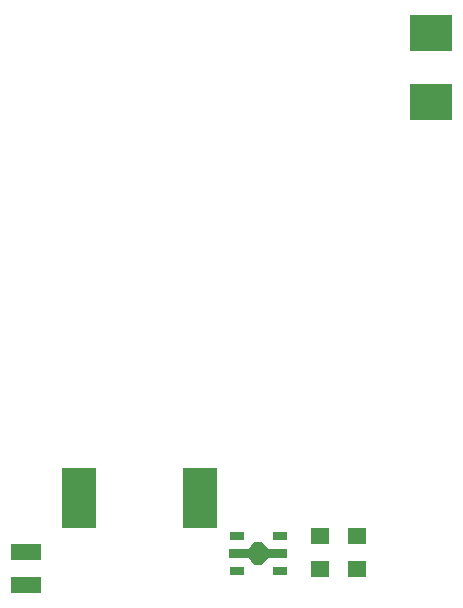
<source format=gtp>
G04 DipTrace 2.4.0.2*
%INTopPaste.gtp*%
%MOMM*%
%ADD51R,1.3X0.8*%
%ADD57R,1.6X1.4*%
%ADD62R,3.0X5.2*%
%ADD65R,3.61X3.13*%
%ADD70R,2.5X1.4*%
%FSLAX53Y53*%
G04*
G71*
G90*
G75*
G01*
%LNTopPaste*%
%LPD*%
D70*
X38600Y16100D3*
Y18900D3*
D65*
X72900Y62845D3*
Y57025D3*
D62*
X53315Y23470D3*
X43115D3*
D57*
X63475Y20295D3*
Y17495D3*
X66650Y20295D3*
Y17495D3*
D51*
X56490Y20295D3*
G36*
X57940Y19795D2*
X57490Y19195D1*
X55840D1*
Y18395D1*
X57490D1*
X57940Y17795D1*
X58640D1*
X59090Y18395D1*
X60740D1*
Y19195D1*
X59090D1*
X58640Y19795D1*
X57940D1*
G37*
D51*
X56490Y17295D3*
X60090Y20295D3*
Y17295D3*
M02*

</source>
